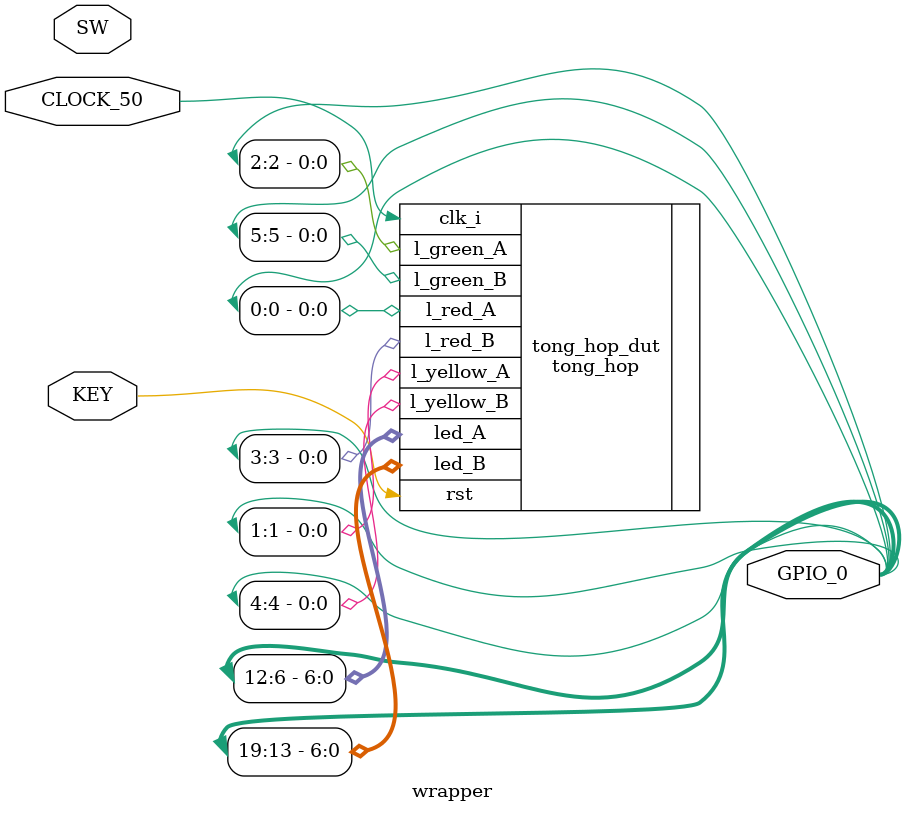
<source format=sv>
module wrapper (
	input logic CLOCK_50,
	input logic  [0:0]KEY,
	input logic  [1:1] SW,
	output logic [19:0] GPIO_0
);

tong_hop tong_hop_dut(
	.clk_i(CLOCK_50),
	.rst(KEY[0]),
	.l_red_A(GPIO_0[0]),
	.l_yellow_A(GPIO_0[1]),
	.l_green_A(GPIO_0[2]),
	.l_red_B(GPIO_0[3]),
	.l_yellow_B(GPIO_0[4]),
	.l_green_B(GPIO_0[5]),
	.led_A(GPIO_0[12:6]),
	.led_B(GPIO_0[19:13])
);
endmodule

</source>
